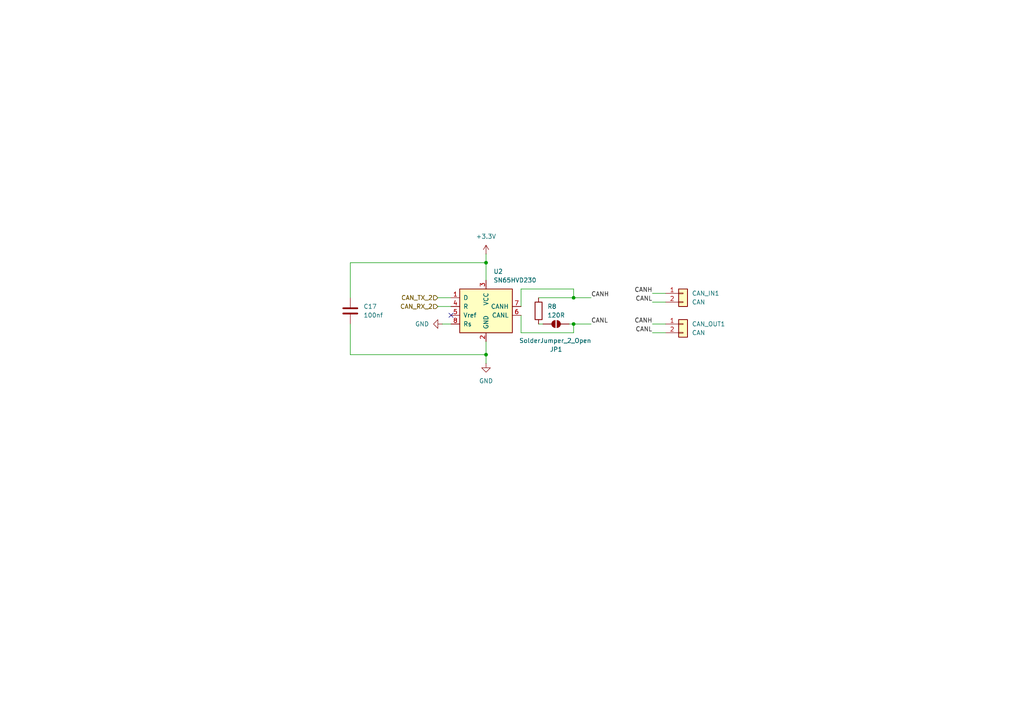
<source format=kicad_sch>
(kicad_sch (version 20250114) (generator "eeschema") (generator_version "9.0")
  (paper "A4")
  (lib_symbols
    (symbol "Connector_Generic:Conn_01x02" (pin_names (offset 1.016) (hide yes))
      (property "Reference" "J" (at 0 2.54 0))
      (property "Value" "Conn_01x02" (at 0 -5.08 0))
      (symbol "Conn_01x02_1_1"
        (rectangle (start -1.27 1.27) (end 1.27 -3.81) (stroke (width 0.254)) (fill (type background)))
        (rectangle (start -1.27 0.127) (end 0 -0.127) (stroke (width 0.1524)))
        (rectangle (start -1.27 -2.413) (end 0 -2.667) (stroke (width 0.1524)))
        (pin passive line (at -5.08 0 0) (length 3.81) (name "Pin_1") (number "1"))
        (pin passive line (at -5.08 -2.54 0) (length 3.81) (name "Pin_2") (number "2"))
      )
    )
    (symbol "Device:C" (pin_numbers (hide yes)) (pin_names (offset 0.254))
      (property "Reference" "C" (at 0.635 2.54 0))
      (property "Value" "C" (at 0.635 -2.54 0))
      (symbol "C_0_1"
        (polyline (pts (xy -2.032 0.762) (xy 2.032 0.762)) (stroke (width 0.508)))
        (polyline (pts (xy -2.032 -0.762) (xy 2.032 -0.762)) (stroke (width 0.508)))
      )
      (symbol "C_1_1"
        (pin passive line (at 0 3.81 270) (length 2.794) (name "~") (number "1"))
        (pin passive line (at 0 -3.81 90) (length 2.794) (name "~") (number "2"))
      )
    )
    (symbol "Device:R" (pin_numbers (hide yes)) (pin_names (offset 0))
      (property "Reference" "R" (at 2.032 0 90))
      (property "Value" "R" (at 0 0 90))
      (symbol "R_0_1"
        (rectangle (start -1.016 -2.54) (end 1.016 2.54) (stroke (width 0.254)))
      )
      (symbol "R_1_1"
        (pin passive line (at 0 3.81 270) (length 1.27) (name "~") (number "1"))
        (pin passive line (at 0 -3.81 90) (length 1.27) (name "~") (number "2"))
      )
    )
    (symbol "Interface_CAN_LIN:SN65HVD230" (pin_names (offset 1.016))
      (property "Reference" "U" (at -2.54 10.16 0))
      (property "Value" "SN65HVD230" (at -2.54 7.62 0))
      (symbol "SN65HVD230_0_1"
        (rectangle (start -7.62 5.08) (end 7.62 -7.62) (stroke (width 0.254)) (fill (type background)))
      )
      (symbol "SN65HVD230_1_1"
        (pin input line (at -10.16 2.54 0) (length 2.54) (name "D") (number "1"))
        (pin output line (at -10.16 0 0) (length 2.54) (name "R") (number "4"))
        (pin output line (at -10.16 -2.54 0) (length 2.54) (name "Vref") (number "5"))
        (pin input line (at -10.16 -5.08 0) (length 2.54) (name "Rs") (number "8"))
        (pin power_in line (at 0 7.62 270) (length 2.54) (name "VCC") (number "3"))
        (pin power_in line (at 0 -10.16 90) (length 2.54) (name "GND") (number "2"))
        (pin bidirectional line (at 10.16 0 180) (length 2.54) (name "CANH") (number "7"))
        (pin bidirectional line (at 10.16 -2.54 180) (length 2.54) (name "CANL") (number "6"))
      )
    )
    (symbol "Jumper:SolderJumper_2_Open" (pin_numbers (hide yes)) (pin_names (offset 0) (hide yes)) (in_bom no)
      (property "Reference" "JP" (at 0 2.032 0))
      (property "Value" "SolderJumper_2_Open" (at 0 -2.54 0))
      (symbol "SolderJumper_2_Open_0_1"
        (polyline (pts (xy -0.254 1.016) (xy -0.254 -1.016)))
        (arc (start -0.254 -1.016) (mid -1.2656 0) (end -0.254 1.016))
        (arc (start -0.254 -1.016) (mid -1.2656 0) (end -0.254 1.016) (fill (type outline)))
        (arc (start 0.254 1.016) (mid 1.2656 0) (end 0.254 -1.016))
        (arc (start 0.254 1.016) (mid 1.2656 0) (end 0.254 -1.016) (fill (type outline)))
        (polyline (pts (xy 0.254 1.016) (xy 0.254 -1.016)))
      )
      (symbol "SolderJumper_2_Open_1_1"
        (pin passive line (at -3.81 0 0) (length 2.54) (name "A") (number "1"))
        (pin passive line (at 3.81 0 180) (length 2.54) (name "B") (number "2"))
      )
    )
    (symbol "power:+3.3V" (power) (pin_numbers (hide yes)) (pin_names (offset 0) (hide yes))
      (property "Value" "+3.3V" (at 0 3.556 0))
      (symbol "+3.3V_0_1"
        (polyline (pts (xy -0.762 1.27) (xy 0 2.54)))
        (polyline (pts (xy 0 2.54) (xy 0.762 1.27)))
        (polyline (pts (xy 0 0) (xy 0 2.54)))
      )
      (symbol "+3.3V_1_1"
        (pin power_in line (at 0 0 90) (length 0) (name "~") (number "1"))
      )
    )
    (symbol "power:GND" (power) (pin_numbers (hide yes)) (pin_names (offset 0) (hide yes))
      (property "Value" "GND" (at 0 -3.81 0))
      (symbol "GND_0_1"
        (polyline (pts (xy 0 0) (xy 0 -1.27) (xy 1.27 -1.27) (xy 0 -2.54) (xy -1.27 -1.27) (xy 0 -1.27)))
      )
      (symbol "GND_1_1"
        (pin power_in line (at 0 0 270) (length 0) (name "~") (number "1"))
      )
    )
  )
  (junction (at 166.37 86.36))
  (junction (at 140.97 76.2))
  (junction (at 140.97 102.87))
  (junction (at 166.37 93.98))
  (no_connect (at 130.81 91.44))
  (wire (pts (xy 166.37 96.52) (xy 151.13 96.52)))
  (wire (pts (xy 166.37 83.82) (xy 151.13 83.82)))
  (wire (pts (xy 166.37 93.98) (xy 166.37 96.52)))
  (wire (pts (xy 189.23 87.63) (xy 193.04 87.63)))
  (wire (pts (xy 151.13 96.52) (xy 151.13 91.44)))
  (wire (pts (xy 166.37 93.98) (xy 171.45 93.98)))
  (wire (pts (xy 140.97 76.2) (xy 140.97 81.28)))
  (wire (pts (xy 140.97 105.41) (xy 140.97 102.87)))
  (wire (pts (xy 140.97 73.66) (xy 140.97 76.2)))
  (wire (pts (xy 165.1 93.98) (xy 166.37 93.98)))
  (wire (pts (xy 101.6 76.2) (xy 101.6 86.36)))
  (wire (pts (xy 156.21 86.36) (xy 166.37 86.36)))
  (wire (pts (xy 128.27 93.98) (xy 130.81 93.98)))
  (wire (pts (xy 189.23 93.98) (xy 193.04 93.98)))
  (wire (pts (xy 151.13 83.82) (xy 151.13 88.9)))
  (wire (pts (xy 166.37 86.36) (xy 171.45 86.36)))
  (wire (pts (xy 156.21 93.98) (xy 157.48 93.98)))
  (wire (pts (xy 101.6 93.98) (xy 101.6 102.87)))
  (wire (pts (xy 166.37 86.36) (xy 166.37 83.82)))
  (wire (pts (xy 140.97 102.87) (xy 140.97 99.06)))
  (wire (pts (xy 189.23 85.09) (xy 193.04 85.09)))
  (wire (pts (xy 189.23 96.52) (xy 193.04 96.52)))
  (wire (pts (xy 127 88.9) (xy 130.81 88.9)))
  (wire (pts (xy 127 86.36) (xy 130.81 86.36)))
  (wire (pts (xy 140.97 76.2) (xy 101.6 76.2)))
  (wire (pts (xy 101.6 102.87) (xy 140.97 102.87)))
  (label "CANH" (at 189.23 85.09 180))
  (label "CANL" (at 171.45 93.98 0))
  (label "CANL" (at 189.23 87.63 180))
  (label "CANL" (at 189.23 96.52 180))
  (label "CANH" (at 171.45 86.36 0))
  (label "CANH" (at 189.23 93.98 180))
  (hierarchical_label "CAN_RX_2" (shape input) (at 127 88.9 180))
  (hierarchical_label "CAN_TX_2" (shape input) (at 127 86.36 180))
  (hierarchical_label "CAN_TX_2" (shape input) (at 127 86.36 180))
  (hierarchical_label "CAN_RX_2" (shape input) (at 127 88.9 180))
  (symbol (lib_id "Jumper:SolderJumper_2_Open") (at 161.29 93.98 0) (unit 1) (in_bom no)
    (property "Reference" "JP1" (at 161.29 101.346 0))
    (property "Value" "SolderJumper_2_Open" (at 161.036 98.806 0))
    (property "Footprint" "Jumper:SolderJumper-2_P1.3mm_Open_TrianglePad1.0x1.5mm" (effects (hide yes)))
    (property "Description" "Solder Jumper, 2-pole, open" (effects (hide yes)))
  )
  (symbol (lib_id "Connector_Generic:Conn_01x02") (at 198.12 85.09 0) (unit 1)
    (property "Reference" "CAN_IN1" (at 200.66 85.0899 0) (effects (justify left)))
    (property "Value" "CAN" (at 200.66 87.6299 0) (effects (justify left)))
    (property "Footprint" "myFootprints:MOLEX_26013114" (effects (hide yes)))
    (property "Description" "Generic connector, single row, 01x02, script generated (kicad-library-utils/schlib/autogen/connector/)" (effects (hide yes)))
    (property "LCSC Part" "C17644051" (effects (hide yes)))
  )
  (symbol (lib_id "Device:C") (at 101.6 90.17 0) (unit 1)
    (property "Reference" "C17" (at 105.41 88.8999 0) (effects (justify left)))
    (property "Value" "100nf" (at 105.41 91.4399 0) (effects (justify left)))
    (property "Footprint" "Capacitor_SMD:C_0805_2012Metric_Pad1.18x1.45mm_HandSolder" (effects (hide yes)))
    (property "Description" "Unpolarized capacitor" (effects (hide yes)))
    (property "LCSC Part" "C49678" (effects (hide yes)))
  )
  (symbol (lib_id "Device:R") (at 156.21 90.17 0) (unit 1)
    (property "Reference" "R8" (at 158.75 88.8999 0) (effects (justify left)))
    (property "Value" "120R" (at 158.75 91.4399 0) (effects (justify left)))
    (property "Footprint" "Resistor_SMD:R_0805_2012Metric_Pad1.20x1.40mm_HandSolder" (effects (hide yes)))
    (property "Description" "Resistor" (effects (hide yes)))
    (property "LCSC Part" "C269726" (effects (hide yes)))
  )
  (symbol (lib_id "Interface_CAN_LIN:SN65HVD230") (at 140.97 88.9 0) (unit 1)
    (property "Reference" "U2" (at 143.1133 78.74 0) (effects (justify left)))
    (property "Value" "SN65HVD230" (at 143.1133 81.28 0) (effects (justify left)))
    (property "Footprint" "Package_SO:SOIC-8_3.9x4.9mm_P1.27mm" (effects (hide yes)))
    (property "Datasheet" "http://www.ti.com/lit/ds/symlink/sn65hvd230.pdf" (effects (hide yes)))
    (property "Description" "CAN Bus Transceivers, 3.3V, 1Mbps, Low-Power capabilities, SOIC-8" (effects (hide yes)))
    (property "LCSC Part" "C1543812" (effects (hide yes)))
  )
  (symbol (lib_id "power:+3.3V") (at 140.97 73.66 0) (unit 1)
    (property "Reference" "#PWR038" (effects (hide yes)))
    (property "Value" "+3.3V" (at 140.97 68.58 0))
    (property "Description" "Power symbol creates a global label with name \"+3.3V\"" (effects (hide yes)))
  )
  (symbol (lib_id "power:GND") (at 128.27 93.98 270) (unit 1)
    (property "Reference" "#PWR037" (effects (hide yes)))
    (property "Value" "GND" (at 124.46 93.9799 90) (effects (justify right)))
    (property "Description" "Power symbol creates a global label with name \"GND\" , ground" (effects (hide yes)))
  )
  (symbol (lib_id "Connector_Generic:Conn_01x02") (at 198.12 93.98 0) (unit 1)
    (property "Reference" "CAN_OUT1" (at 200.66 93.9799 0) (effects (justify left)))
    (property "Value" "CAN" (at 200.66 96.5199 0) (effects (justify left)))
    (property "Footprint" "myFootprints:MOLEX_26013114" (effects (hide yes)))
    (property "Description" "Generic connector, single row, 01x02, script generated (kicad-library-utils/schlib/autogen/connector/)" (effects (hide yes)))
    (property "LCSC Part" "C17644051" (effects (hide yes)))
  )
  (symbol (lib_id "power:GND") (at 140.97 105.41 0) (unit 1)
    (property "Reference" "#PWR039" (effects (hide yes)))
    (property "Value" "GND" (at 140.97 110.49 0))
    (property "Description" "Power symbol creates a global label with name \"GND\" , ground" (effects (hide yes)))
  )
)
</source>
